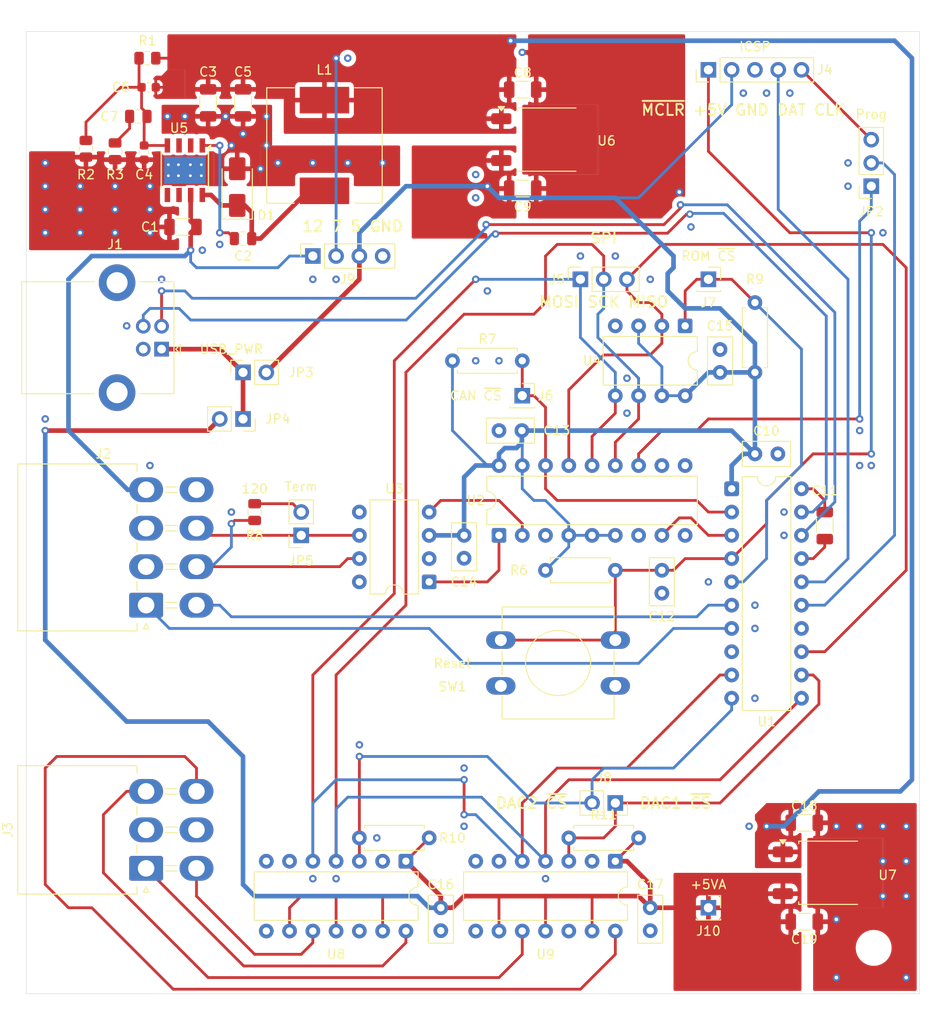
<source format=kicad_pcb>
(kicad_pcb (version 20241229) (generator "pcbnew") (generator_version "9.0")
  (title_block (title "CAN Gauge Interface") (date "2025-09-27") (rev "0.1") (company "Sam Anthony"))
  (layers (0 "F.Cu" signal) (4 "In1.Cu" signal) (6 "In2.Cu" signal) (2 "B.Cu" power) (13 "F.Paste" user) (15 "B.Paste" user) (5 "F.SilkS" user "F.Silkscreen") (7 "B.SilkS" user "B.Silkscreen") (1 "F.Mask" user) (3 "B.Mask" user) (25 "Edge.Cuts" user))
  (net 0 "")
  (net 1 "GND")
  (net 2 "+12V")
  (net 3 "Net-(U5-BOOT)")
  (net 4 "+7V")
  (net 5 "Net-(C7-Pad2)")
  (net 6 "+5V")
  (net 7 "Net-(U1-Vusb3v3)")
  (net 8 "/~{MCLR}")
  (net 9 "+5VA")
  (net 10 "/USB_D+")
  (net 11 "/USB_D-")
  (net 12 "VBUS")
  (net 15 "/CAN_L")
  (net 16 "/Speed")
  (net 17 "/Tach")
  (net 18 "/CAN_H")
  (net 19 "/AN4")
  (net 20 "/AN2")
  (net 21 "/AN3")
  (net 22 "/AN1")
  (net 23 "/ICSP_CLK")
  (net 24 "/ICSP_DAT")
  (net 25 "/SCK")
  (net 26 "/MOSI")
  (net 27 "/MISO")
  (net 28 "/CAN_~{CS}")
  (net 29 "/ROM_~{CS}")
  (net 30 "/DAC2_~{CS}")
  (net 31 "/DAC1_~{CS}")
  (net 32 "/INT{slash}ICSP_CLK")
  (net 33 "/INT")
  (net 34 "Net-(JP5-B)")
  (net 36 "/CLK")
  (net 39 "/CAN_RX")
  (net 40 "/CAN_TX")
  (net 53 "/PH")
  (net 54 "/sense")
  (footprint "Connector_PinSocket_2.54mm:PinSocket_1x01_P2.54mm_Vertical" (layer "F.Cu") (at 124.46 129.54)
    (property "Reference" "J7")
    (property "Value" "ROM ~{CS}")
  )
  (footprint "Capacitor_SMD:C_1206_3216Metric" (layer "F.Cu") (at 104.189 119.634)
    (property "Reference" "C9")
    (property "Value" "10u" (hide yes))
  )
  (footprint "Capacitor_SMD:C_0805_2012Metric" (layer "F.Cu") (at 62.23 111.76 180)
    (property "Reference" "C7")
    (property "Value" "47n" (hide yes))
  )
  (footprint "Connector_PinSocket_2.54mm:PinSocket_1x04_P2.54mm_Vertical" (layer "F.Cu") (at 81.28 127 90)
    (property "Reference" "J9")
    (property "Value" "Conn_01x04_Socket" (hide yes))
  )
  (footprint "MountingHole:MountingHole_3.2mm_M3_DIN965" (layer "F.Cu") (at 55 202.5)
    (property "Reference" "H1" (hide yes))
    (property "Value" "MountingHole" (hide yes))
  )
  (footprint "Capacitor_SMD:C_1206_3216Metric" (layer "F.Cu") (at 134.923 199.644)
    (property "Reference" "C19")
    (property "Value" "10u" (hide yes))
  )
  (footprint "Resistor_THT:R_Axial_DIN0207_L6.3mm_D2.5mm_P7.62mm_Horizontal" (layer "F.Cu") (at 93.98 190.5 180)
    (property "Reference" "R10")
    (property "Value" "10k" (hide yes))
  )
  (footprint "Capacitor_SMD:C_1206_3216Metric" (layer "F.Cu") (at 134.923 188.849)
    (property "Reference" "C18")
    (property "Value" "10u" (hide yes))
  )
  (footprint "Package_TO_SOT_SMD:TO-252-2" (layer "F.Cu") (at 106.894 114.294)
    (property "Reference" "U6")
    (property "Value" "L78M05AB" (hide yes))
  )
  (footprint "Capacitor_THT:C_Disc_D5.0mm_W2.5mm_P2.50mm" (layer "F.Cu") (at 95.25 198.12 -90)
    (property "Reference" "C16")
    (property "Value" "100n" (hide yes))
  )
  (footprint "MountingHole:MountingHole_3.2mm_M3_DIN965" (layer "F.Cu") (at 142.5 202.5)
    (property "Reference" "H2" (hide yes))
    (property "Value" "MountingHole" (hide yes))
  )
  (footprint "Capacitor_SMD:C_0603_1608Metric" (layer "F.Cu") (at 62.865 115.71 -90)
    (property "Reference" "C4")
    (property "Value" "220p" (hide yes))
  )
  (footprint "Connector_Molex:Molex_Mini-Fit_Jr_5569-06A2_2x03_P4.20mm_Horizontal" (layer "F.Cu") (at 63.08 193.82 90)
    (property "Reference" "J3")
    (property "Value" "Analog")
  )
  (footprint "Resistor_SMD:R_0805_2012Metric" (layer "F.Cu") (at 63.2225 105.41)
    (property "Reference" "R1")
    (property "Value" "10k" (hide yes))
  )
  (footprint "Connector_USB:USB_B_Lumberg_2411_02_Horizontal" (layer "F.Cu") (at 64.77 137.16 180)
    (property "Reference" "J1")
    (property "Value" "USB_B" (hide yes))
  )
  (footprint "Connector_PinSocket_2.54mm:PinSocket_1x02_P2.54mm_Vertical" (layer "F.Cu") (at 80.01 157.48 180)
    (property "Reference" "JP5")
    (property "Value" "Term")
  )
  (footprint "Capacitor_SMD:C_0603_1608Metric" (layer "F.Cu") (at 63.36 108.585)
    (property "Reference" "C6")
    (property "Value" "3300p" (hide yes))
  )
  (footprint "Inductor_SMD:L_12x12mm_H8mm" (layer "F.Cu") (at 82.55 114.935 90)
    (property "Reference" "L1")
    (property "Value" "150u" (hide yes))
  )
  (footprint "MountingHole:MountingHole_3.2mm_M3_DIN965" (layer "F.Cu") (at 55 107.5)
    (property "Reference" "H4" (hide yes))
    (property "Value" "MountingHole" (hide yes))
  )
  (footprint "Resistor_SMD:R_0805_2012Metric" (layer "F.Cu") (at 56.515 115.2925 -90)
    (property "Reference" "R2")
    (property "Value" "3k24" (hide yes))
  )
  (footprint "Resistor_THT:R_Axial_DIN0207_L6.3mm_D2.5mm_P7.62mm_Horizontal" (layer "F.Cu") (at 106.68 161.29)
    (property "Reference" "R6")
    (property "Value" "10k" (hide yes))
  )
  (footprint "Connector_PinSocket_2.54mm:PinSocket_1x02_P2.54mm_Vertical" (layer "F.Cu") (at 114.3 186.69 -90)
    (property "Reference" "J8")
    (property "Value" "DAC ~{CS}" (hide yes))
  )
  (footprint "Button_Switch_THT:SW_PUSH-12mm" (layer "F.Cu") (at 114.3 173.91 180)
    (property "Reference" "SW1")
    (property "Value" "Reset")
  )
  (footprint "Capacitor_SMD:C_1206_3216Metric" (layer "F.Cu") (at 69.85 110.285 -90)
    (property "Reference" "C3")
    (property "Value" "22u" (hide yes))
  )
  (footprint "Connector_PinSocket_2.54mm:PinSocket_1x01_P2.54mm_Vertical" (layer "F.Cu") (at 104.14 142.24)
    (property "Reference" "J6")
    (property "Value" "CAN ~{CS}")
  )
  (footprint "Resistor_THT:R_Axial_DIN0207_L6.3mm_D2.5mm_P7.62mm_Horizontal" (layer "F.Cu") (at 129.54 139.7 90)
    (property "Reference" "R9")
    (property "Value" "10k" (hide yes))
  )
  (footprint "Connector_PinSocket_2.54mm:PinSocket_1x03_P2.54mm_Vertical" (layer "F.Cu") (at 142.24 119.38 180)
    (property "Reference" "JP2")
    (property "Value" "Prog")
  )
  (footprint "Package_DIP:DIP-14_W7.62mm" (layer "F.Cu") (at 91.44 193.04 -90)
    (property "Reference" "U8")
    (property "Value" "MCP4912" (hide yes))
  )
  (footprint "Diode_SMD:D_SMA" (layer "F.Cu") (at 73.025 119.475 90)
    (property "Reference" "D1")
    (property "Value" "SS34" (hide yes))
  )
  (footprint "Connector_Molex:Molex_Mini-Fit_Jr_5569-08A2_2x04_P4.20mm_Horizontal" (layer "F.Cu") (at 63.08 165.1 90)
    (property "Reference" "J2")
    (property "Value" "Conn_02x04_Top_Bottom" (hide yes))
  )
  (footprint "Resistor_SMD:R_0805_2012Metric" (layer "F.Cu") (at 59.69 115.57 -90)
    (property "Reference" "R3")
    (property "Value" "2k7" (hide yes))
  )
  (footprint "Package_DIP:DIP-8_W7.62mm" (layer "F.Cu") (at 93.98 162.56 180)
    (property "Reference" "U3")
    (property "Value" "MCP2561-E-P" (hide yes))
  )
  (footprint "Resistor_THT:R_Axial_DIN0207_L6.3mm_D2.5mm_P7.62mm_Horizontal" (layer "F.Cu") (at 96.52 138.43)
    (property "Reference" "R7")
    (property "Value" "10k" (hide yes))
  )
  (footprint "Capacitor_SMD:C_1206_3216Metric" (layer "F.Cu") (at 73.66 110.285 -90)
    (property "Reference" "C5")
    (property "Value" "22u" (hide yes))
  )
  (footprint "Connector_PinHeader_2.54mm:PinHeader_1x05_P2.54mm_Vertical" (layer "F.Cu") (at 124.46 106.68 90)
    (property "Reference" "J4")
    (property "Value" "ICSP")
  )
  (footprint "Capacitor_THT:C_Disc_D5.0mm_W2.5mm_P2.50mm" (layer "F.Cu") (at 97.79 159.98 90)
    (property "Reference" "C14")
    (property "Value" "100n" (hide yes))
  )
  (footprint "Connector_PinSocket_2.54mm:PinSocket_1x03_P2.54mm_Vertical" (layer "F.Cu") (at 110.49 129.54 90)
    (property "Reference" "J5")
    (property "Value" "SPI Debug" (hide yes))
  )
  (footprint "Connector_PinSocket_2.54mm:PinSocket_1x02_P2.54mm_Vertical" (layer "F.Cu") (at 73.66 144.78 -90)
    (property "Reference" "JP4")
    (property "Value" "USB_PWR" (hide yes))
  )
  (footprint "Capacitor_SMD:C_1206_3216Metric" (layer "F.Cu") (at 104.189 108.839)
    (property "Reference" "C8")
    (property "Value" "10u" (hide yes))
  )
  (footprint "Connector_PinSocket_2.54mm:PinSocket_1x01_P2.54mm_Vertical" (layer "F.Cu") (at 124.46 198.12)
    (property "Reference" "J10")
    (property "Value" "+5VA")
  )
  (footprint "Package_DIP:DIP-20_W7.62mm" (layer "F.Cu") (at 127 152.4)
    (property "Reference" "U1")
    (property "Value" "PIC16F1459-IP" (hide yes))
  )
  (footprint "Capacitor_SMD:C_0805_2012Metric" (layer "F.Cu") (at 73.66 125.095)
    (property "Reference" "C2")
    (property "Value" "10n" (hide yes))
  )
  (footprint "Package_SO:TI_SO-PowerPAD-8_ThermalVias" (layer "F.Cu") (at 67.31 117.635 -90)
    (property "Reference" "U5")
    (property "Value" "TPS5430DDA" (hide yes))
  )
  (footprint "Capacitor_THT:C_Disc_D5.0mm_W2.5mm_P2.50mm" (layer "F.Cu") (at 119.38 161.29 -90)
    (property "Reference" "C12")
    (property "Value" "100n" (hide yes))
  )
  (footprint "Capacitor_THT:C_Disc_D5.0mm_W2.5mm_P2.50mm" (layer "F.Cu") (at 118.11 198.12 -90)
    (property "Reference" "C17")
    (property "Value" "100n" (hide yes))
  )
  (footprint "Resistor_SMD:R_0805_2012Metric" (layer "F.Cu") (at 74.93 154.94 -90)
    (property "Reference" "R8")
    (property "Value" "120")
  )
  (footprint "Capacitor_THT:C_Disc_D5.0mm_W2.5mm_P2.50mm" (layer "F.Cu") (at 129.54 148.59)
    (property "Reference" "C10")
    (property "Value" "100n" (hide yes))
  )
  (footprint "MountingHole:MountingHole_3.2mm_M3_DIN965" (layer "F.Cu") (at 142.5 107.5)
    (property "Reference" "H3" (hide yes))
    (property "Value" "MountingHole" (hide yes))
  )
  (footprint "Capacitor_THT:C_Disc_D5.0mm_W2.5mm_P2.50mm" (layer "F.Cu") (at 101.6 146.05)
    (property "Reference" "C13")
    (property "Value" "100n" (hide yes))
  )
  (footprint "Resistor_THT:R_Axial_DIN0207_L6.3mm_D2.5mm_P7.62mm_Horizontal" (layer "F.Cu") (at 116.84 190.5 180)
    (property "Reference" "R11")
    (property "Value" "10k" (hide yes))
  )
  (footprint "Connector_PinSocket_2.54mm:PinSocket_1x02_P2.54mm_Vertical" (layer "F.Cu") (at 73.66 139.7 90)
    (property "Reference" "JP3")
    (property "Value" "USB_PWR")
  )
  (footprint "Package_DIP:DIP-18_W7.62mm" (layer "F.Cu") (at 101.6 157.48 90)
    (property "Reference" "U2")
    (property "Value" "MCP2515-I/P" (hide yes))
  )
  (footprint "Capacitor_SMD:C_1206_3216Metric" (layer "F.Cu") (at 137.16 156.415 90)
    (property "Reference" "C11")
    (property "Value" "1u" (hide yes))
  )
  (footprint "Package_DIP:DIP-8_W7.62mm" (layer "F.Cu") (at 121.92 134.62 -90)
    (property "Reference" "U4")
    (property "Value" "25LC160C" (hide yes))
  )
  (footprint "Package_TO_SOT_SMD:TO-252-2" (layer "F.Cu") (at 137.628 194.304)
    (property "Reference" "U7")
    (property "Value" "L78M05AB" (hide yes))
  )
  (footprint "Capacitor_SMD:C_1206_3216Metric" (layer "F.Cu") (at 67.105 123.825 180)
    (property "Reference" "C1")
    (property "Value" "22u" (hide yes))
  )
  (footprint "Capacitor_THT:C_Disc_D5.0mm_W2.5mm_P2.50mm" (layer "F.Cu") (at 125.73 137.2 -90)
    (property "Reference" "C15")
    (property "Value" "100n" (hide yes))
  )
  (footprint "Package_DIP:DIP-14_W7.62mm" (layer "F.Cu") (at 114.3 193.04 -90)
    (property "Reference" "U9")
    (property "Value" "MCP4912" (hide yes))
  )
  (gr_rect (start 50 102.5) (end 147.5 207.5) (stroke (width 0.05)) (fill no) (layer "Edge.Cuts"))
  (gr_text "12 7 5 GND" (at 80.01 124.46 0) (layer "F.SilkS") (effects (font (size 1.2 1.2) (thickness 0.2) (bold yes)) (justify left bottom)))
  (gr_text "SPI" (at 113.03 125.73 0) (layer "F.SilkS") (effects (font (size 1.2 1.2) (thickness 0.2) (bold yes)) (justify bottom)))
  (gr_text "~{MCLR} +5V GND DAT CLK" (at 128.27 111.76 0) (layer "F.SilkS") (effects (font (size 1.2 1.2) (thickness 0.2) (bold yes)) (justify bottom)))
  (gr_text "DAC2 ~{CS}" (at 109.22 186.69 0) (layer "F.SilkS") (effects (font (size 1.2 1.2) (thickness 0.2) (bold yes)) (justify right)))
  (gr_text "DAC1 ~{CS}" (at 116.84 186.69 0) (layer "F.SilkS") (effects (font (size 1.2 1.2) (thickness 0.2) (bold yes)) (justify left)))
  (gr_text "MOSI SCK MISO" (at 113.03 132.715 0) (layer "F.SilkS") (effects (font (size 1.2 1.2) (thickness 0.2) (bold yes)) (justify bottom)))
  (segment (start 134.62 152.4) (end 135.89 152.4) (width 0.3048) (layer "F.Cu") (net 1))
  (segment (start 105.664 105.664) (end 105.664 108.839) (width 0.508) (layer "F.Cu") (net 1))
  (segment (start 104.14 104.775) (end 104.775 104.775) (width 0.508) (layer "F.Cu") (net 1))
  (segment (start 137.16 153.67) (end 137.16 154.94) (width 0.3048) (layer "F.Cu") (net 1))
  (segment (start 104.775 104.775) (end 105.664 105.664) (width 0.508) (layer "F.Cu") (net 1))
  (segment (start 135.89 152.4) (end 137.16 153.67) (width 0.3048) (layer "F.Cu") (net 1))
  (via (at 128.27 109.22) (size 0.8128) (drill 0.4) (layers "F.Cu" "B.Cu") (net 1))
  (via (at 71.755 111.76) (size 0.8128) (drill 0.4) (layers "F.Cu" "B.Cu") (net 1))
  (via (at 73.66 113.665) (size 0.8128) (drill 0.4) (layers "F.Cu" "B.Cu") (net 1))
  (via (at 122.555 123.825) (size 0.8128) (drill 0.4) (layers "F.Cu" "B.Cu") (net 1))
  (via (at 99.06 138.43) (size 0.8128) (drill 0.4) (layers "F.Cu" "B.Cu") (net 1))
  (via (at 63.5 124.46) (size 0.8128) (drill 0.4) (layers "F.Cu" "B.Cu") (net 1))
  (via (at 139.7 116.84) (size 0.8128) (drill 0.4) (layers "F.Cu" "B.Cu") (net 1))
  (via (at 146.05 196.85) (size 0.8128) (drill 0.4) (layers "F.Cu" "B.Cu") (net 1))
  (via (at 118.11 129.54) (size 0.8128) (drill 0.4) (layers "F.Cu" "B.Cu") (net 1))
  (via (at 67.31 111.76) (size 0.8128) (drill 0.4) (layers "F.Cu" "B.Cu") (net 1))
  (via (at 88.265 190.5) (size 0.8128) (drill 0.4) (layers "F.Cu" "B.Cu") (net 1))
  (via (at 138.43 199.39) (size 0.8128) (drill 0.4) (layers "F.Cu" "B.Cu") (net 1))
  (via (at 69.215 126.365) (size 0.8128) (drill 0.4) (layers "F.Cu" "B.Cu") (net 1))
  (via (at 146.05 193.04) (size 0.8128) (drill 0.4) (layers "F.Cu" "B.Cu") (net 1))
  (via (at 143.51 189.23) (size 0.8128) (drill 0.4) (layers "F.Cu" "B.Cu") (net 1))
  (via (at 75.565 117.475) (size 0.8128) (drill 0.4) (layers "F.Cu" "B.Cu") (net 1))
  (via (at 104.14 104.775) (size 0.8128) (drill 0.4) (layers "F.Cu" "B.Cu") (net 1))
  (via (at 81.28 129.54) (size 0.8128) (drill 0.4) (layers "F.Cu" "B.Cu") (net 1))
  (via (at 65.405 111.76) (size 0.8128) (drill 0.4) (layers "F.Cu" "B.Cu") (net 1))
  (via (at 55.88 121.92) (size 0.8128) (drill 0.4) (layers "F.Cu" "B.Cu") (net 1))
  (via (at 121.285 120.015) (size 0.8128) (drill 0.4) (layers "F.Cu" "B.Cu") (net 1))
  (via (at 138.43 189.23) (size 0.8128) (drill 0.4) (layers "F.Cu" "B.Cu") (net 1))
  (via (at 110.49 127) (size 0.8128) (drill 0.4) (layers "F.Cu" "B.Cu") (net 1))
  (via (at 63.5 149.86) (size 0.8128) (drill 0.4) (layers "F.Cu" "B.Cu") (net 1))
  (via (at 128.905 189.23) (size 0.8128) (drill 0.4) (layers "F.Cu" "B.Cu") (net 1))
  (via (at 99.06 120.65) (size 0.8128) (drill 0.4) (layers "F.Cu" "B.Cu") (net 1))
  (via (at 140.97 149.86) (size 0.8128) (drill 0.4) (layers "F.Cu" "B.Cu") (net 1))
  (via (at 142.24 149.86) (size 0.8128) (drill 0.4) (layers "F.Cu" "B.Cu") (net 1))
  (via (at 132.715 157.48) (size 0.8128) (drill 0.4) (layers "F.Cu" "B.Cu") (net 1))
  (via (at 143.51 124.46) (size 0.8128) (drill 0.4) (layers "F.Cu" "B.Cu") (net 1))
  (via (at 52.07 144.78) (size 0.8128) (drill 0.4) (layers "F.Cu" "B.Cu") (net 1))
  (via (at 85.09 105.41) (size 0.8128) (drill 0.4) (layers "F.Cu" "B.Cu") (net 1))
  (via (at 129.54 165.1) (size 0.8128) (drill 0.4) (layers "F.Cu" "B.Cu") (net 1))
  (via (at 130.81 109.22) (size 0.8128) (drill 0.4) (layers "F.Cu" "B.Cu") (net 1))
  (via (at 52.07 119.38) (size 0.8128) (drill 0.4) (layers "F.Cu" "B.Cu") (net 1))
  (via (at 146.05 205.74) (size 0.8128) (drill 0.4) (layers "F.Cu" "B.Cu") (net 1))
  (via (at 133.35 109.22) (size 0.8128) (drill 0.4) (layers "F.Cu" "B.Cu") (net 1))
  (via (at 59.69 121.92) (size 0.8128) (drill 0.4) (layers "F.Cu" "B.Cu") (net 1))
  (via (at 115.57 140.335) (size 0.8128) (drill 0.4) (layers "F.Cu" "B.Cu") (net 1))
  (via (at 55.88 119.38) (size 0.8128) (drill 0.4) (layers "F.Cu" "B.Cu") (net 1))
  (via (at 106.68 194.945) (size 0.8128) (drill 0.4) (layers "F.Cu" "B.Cu") (net 1))
  (via (at 76.2 114.935) (size 0.8128) (drill 0.4) (layers "F.Cu" "B.Cu") (net 1))
  (via (at 140.97 189.23) (size 0.8128) (drill 0.4) (layers "F.Cu" "B.Cu") (net 1))
  (via (at 60.96 134.62) (size 0.8128) (drill 0.4) (layers "F.Cu" "B.Cu") (net 1))
  (via (at 115.57 144.145) (size 0.8128) (drill 0.4) (layers "F.Cu" "B.Cu") (net 1))
  (via (at 71.12 125.73) (size 0.8128) (drill 0.4) (layers "F.Cu" "B.Cu") (net 1))
  (via (at 88.9 116.84) (size 0.8128) (drill 0.4) (layers "F.Cu" "B.Cu") (net 1))
  (via (at 138.43 205.74) (size 0.8128) (drill 0.4) (layers "F.Cu" "B.Cu") (net 1))
  (via (at 99.06 118.11) (size 0.8128) (drill 0.4) (layers "F.Cu" "B.Cu") (net 1))
  (via (at 100.33 130.81) (size 0.8128) (drill 0.4) (layers "F.Cu" "B.Cu") (net 1))
  (via (at 52.07 116.84) (size 0.8128) (drill 0.4) (layers "F.Cu" "B.Cu") (net 1))
  (via (at 72.39 114.935) (size 0.8128) (drill 0.4) (layers "F.Cu" "B.Cu") (net 1))
  (via (at 83.82 129.54) (size 0.8128) (drill 0.4) (layers "F.Cu" "B.Cu") (net 1))
  (via (at 64.77 129.54) (size 0.8128) (drill 0.4) (layers "F.Cu" "B.Cu") (net 1))
  (via (at 63.5 121.92) (size 0.8128) (drill 0.4) (layers "F.Cu" "B.Cu") (net 1))
  (via (at 101.6 138.43) (size 0.8128) (drill 0.4) (layers "F.Cu" "B.Cu") (net 1))
  (via (at 97.79 189.23) (size 0.8128) (drill 0.4) (layers "F.Cu" "B.Cu") (net 1))
  (via (at 52.07 124.46) (size 0.8128) (drill 0.4) (layers "F.Cu" "B.Cu") (net 1))
  (via (at 139.7 119.38) (size 0.8128) (drill 0.4) (layers "F.Cu" "B.Cu") (net 1))
  (via (at 83.82 194.945) (size 0.8128) (drill 0.4) (layers "F.Cu" "B.Cu") (net 1))
  (via (at 146.05 189.23) (size 0.8128) (drill 0.4) (layers "F.Cu" "B.Cu") (net 1))
  (via (at 72.39 154.94) (size 0.8128) (drill 0.4) (layers "F.Cu" "B.Cu") (net 1))
  (via (at 59.69 119.38) (size 0.8128) (drill 0.4) (layers "F.Cu" "B.Cu") (net 1))
  (via (at 129.54 175.26) (size 0.8128) (drill 0.4) (layers "F.Cu" "B.Cu") (net 1))
  (via (at 81.28 194.945) (size 0.8128) (drill 0.4) (layers "F.Cu" "B.Cu") (net 1))
  (via (at 97.79 182.88) (size 0.8128) (drill 0.4) (layers "F.Cu" "B.Cu") (net 1))
  (via (at 124.46 162.56) (size 0.8128) (drill 0.4) (layers "F.Cu" "B.Cu") (net 1))
  (via (at 55.88 124.46) (size 0.8128) (drill 0.4) (layers "F.Cu" "B.Cu") (net 1))
  (via (at 132.715 154.94) (size 0.8128) (drill 0.4) (layers "F.Cu" "B.Cu") (net 1))
  (via (at 143.51 196.85) (size 0.8128) (drill 0.4) (layers "F.Cu" "B.Cu") (net 1))
  (via (at 63.5 119.38) (size 0.8128) (drill 0.4) (layers "F.Cu" "B.Cu") (net 1))
  (via (at 59.69 124.46) (size 0.8128) (drill 0.4) (layers "F.Cu" "B.Cu") (net 1))
  (via (at 76.2 111.76) (size 0.8128) (drill 0.4) (layers "F.Cu" "B.Cu") (net 1))
  (via (at 77.47 116.84) (size 0.8128) (drill 0.4) (layers "F.Cu" "B.Cu") (net 1))
  (via (at 86.36 180.34) (size 0.8128) (drill 0.4) (layers "F.Cu" "B.Cu") (net 1))
  (via (at 129.54 167.64) (size 0.8128) (drill 0.4) (layers "F.Cu" "B.Cu") (net 1))
  (via (at 143.51 193.04) (size 0.8128) (drill 0.4) (layers "F.Cu" "B.Cu") (net 1))
  (via (at 81.28 116.84) (size 0.8128) (drill 0.4) (layers "F.Cu" "B.Cu") (net 1))
  (via (at 52.07 121.92) (size 0.8128) (drill 0.4) (layers "F.Cu" "B.Cu") (net 1))
  (via (at 85.09 116.84) (size 0.8128) (drill 0.4) (layers "F.Cu" "B.Cu") (net 1))
  (via (at 114.3 127) (size 0.8128) (drill 0.4) (layers "F.Cu" "B.Cu") (net 1))
  (via (at 140.97 146.05) (size 0.8128) (drill 0.4) (layers "F.Cu" "B.Cu") (net 1))
  (segment (start 67.945 124.46) (end 67.945 126.365) (width 0.508) (layer "F.Cu") (net 2))
  (segment (start 67.945 123.19) (end 68.58 123.825) (width 0.508) (layer "F.Cu") (net 2))
  (segment (start 68.58 123.825) (end 67.945 124.46) (width 0.508) (layer "F.Cu") (net 2))
  (segment (start 67.945 120.335) (end 67.945 123.19) (width 0.508) (layer "F.Cu") (net 2))
  (via (at 67.945 126.365) (size 0.8128) (drill 0.4) (layers "F.Cu" "B.Cu") (net 2))
  (segment (start 54.61 146.05) (end 61.06 152.5) (width 0.508) (layer "B.Cu") (net 2))
  (segment (start 67.945 126.365) (end 67.31 127) (width 0.508) (layer "B.Cu") (net 2))
  (segment (start 77.47 128.27) (end 68.58 128.27) (width 0.3048) (layer "B.Cu") (net 2))
  (segment (start 68.58 128.27) (end 67.945 127.635) (width 0.3048) (layer "B.Cu") (net 2))
  (segment (start 67.31 127) (end 57.15 127) (width 0.508) (layer "B.Cu") (net 2))
  (segment (start 57.15 127) (end 54.61 129.54) (width 0.508) (layer "B.Cu") (net 2))
  (segment (start 61.06 152.5) (end 63.08 152.5) (width 0.508) (layer "B.Cu") (net 2))
  (segment (start 78.74 127) (end 77.47 128.27) (width 0.3048) (layer "B.Cu") (net 2))
  (segment (start 54.61 129.54) (end 54.61 146.05) (width 0.508) (layer "B.Cu") (net 2))
  (segment (start 81.28 127) (end 78.74 127) (width 0.3048) (layer "B.Cu") (net 2))
  (segment (start 67.945 127.635) (end 67.945 126.365) (width 0.3048) (layer "B.Cu") (net 2))
  (segment (start 69.215 114.935) (end 71.12 114.935) (width 0.3048) (layer "F.Cu") (net 3))
  (segment (start 72.075 124.46) (end 72.71 125.095) (width 0.3048) (layer "F.Cu") (net 3))
  (segment (start 71.12 124.46) (end 72.075 124.46) (width 0.3048) (layer "F.Cu") (net 3))
  (via (at 71.12 114.935) (size 0.8128) (drill 0.4) (layers "F.Cu" "B.Cu") (net 3))
  (via (at 71.12 124.46) (size 0.8128) (drill 0.4) (layers "F.Cu" "B.Cu") (net 3))
  (segment (start 71.12 114.935) (end 71.12 124.46) (width 0.3048) (layer "B.Cu") (net 3))
  (segment (start 83.82 105.41) (end 82.55 106.68) (width 0.3048) (layer "F.Cu") (net 4))
  (segment (start 102.714 103.661) (end 102.87 103.505) (width 0.508) (layer "F.Cu") (net 4))
  (segment (start 69.85 107.315) (end 69.85 108.81) (width 0.3048) (layer "F.Cu") (net 4))
  (segment (start 102.714 108.839) (end 102.714 103.661) (width 0.508) (layer "F.Cu") (net 4))
  (segment (start 64.135 105.41) (end 67.945 105.41) (width 0.3048) (layer "F.Cu") (net 4))
  (segment (start 67.945 105.41) (end 69.85 107.315) (width 0.3048) (layer "F.Cu") (net 4))
  (segment (start 82.55 106.68) (end 82.55 109.985) (width 0.3048) (layer "F.Cu") (net 4))
  (via (at 102.87 103.505) (size 0.8128) (drill 0.4) (layers "F.Cu" "B.Cu") (net 4))
  (via (at 83.82 105.41) (size 0.8128) (drill 0.4) (layers "F.Cu" "B.Cu") (net 4))
  (via (at 130.81 189.23) (size 0.8128) (drill 0.4) (layers "F.Cu" "B.Cu") (net 4))
  (segment (start 146.685 105.41) (end 146.685 184.15) (width 0.508) (layer "B.Cu") (net 4))
  (segment (start 102.87 103.505) (end 144.78 103.505) (width 0.508) (layer "B.Cu") (net 4))
  (segment (start 83.82 127) (end 83.82 105.41) (width 0.3048) (layer "B.Cu") (net 4))
  (segment (start 144.78 103.505) (end 146.685 105.41) (width 0.508) (layer "B.Cu") (net 4))
  (segment (start 146.685 184.15) (end 145.415 185.42) (width 0.508) (layer "B.Cu") (net 4))
  (segment (start 136.525 185.42) (end 132.715 189.23) (width 0.508) (layer "B.Cu") (net 4))
  (segment (start 145.415 185.42) (end 136.525 185.42) (width 0.508) (layer "B.Cu") (net 4))
  (segment (start 132.715 189.23) (end 130.81 189.23) (width 0.508) (layer "B.Cu") (net 4))
  (segment (start 61.28 113.0675) (end 59.69 114.6575) (width 0.3048) (layer "F.Cu") (net 5))
  (segment (start 61.28 111.76) (end 61.28 113.0675) (width 0.3048) (layer "F.Cu") (net 5))
  (segment (start 86.36 129.54) (end 86.36 127) (width 0.508) (layer "F.Cu") (net 6))
  (segment (start 76.2 139.7) (end 86.36 129.54) (width 0.508) (layer "F.Cu") (net 6))
  (segment (start 102.714 119.634) (end 100.584 119.634) (width 0.508) (layer "F.Cu") (net 6))
  (segment (start 100.584 119.634) (end 100.33 119.38) (width 0.508) (layer "F.Cu") (net 6))
  (via (at 100.33 119.38) (size 0.8128) (drill 0.4) (layers "F.Cu" "B.Cu") (net 6))
  (segment (start 119.38 139.065) (end 116.84 136.525) (width 0.3048) (layer "B.Cu") (net 6))
  (segment (start 119.38 142.24) (end 121.92 142.24) (width 0.3048) (layer "B.Cu") (net 6))
  (segment (start 128.27 148.59) (end 127 149.86) (width 0.508) (layer "B.Cu") (net 6))
  (segment (start 119.38 142.24) (end 119.38 139.065) (width 0.3048) (layer "B.Cu") (net 6))
  (segment (start 86.36 127) (end 86.36 124.46) (width 0.508) (layer "B.Cu") (net 6))
  (segment (start 129.54 148.59) (end 127 146.05) (width 0.508) (layer "B.Cu") (net 6))
  (segment (start 101.6 149.86) (end 99.06 149.86) (width 0.508) (layer "B.Cu") (net 6))
  (segment (start 96.52 146.05) (end 100.33 149.86) (width 0.3048) (layer "B.Cu") (net 6))
  (segment (start 100.33 149.86) (end 101.6 149.86) (width 0.3048) (layer "B.Cu") (net 6))
  (segment (start 100.33 119.38) (end 101.6 120.65) (width 0.508) (layer "B.Cu") (net 6))
  (segment (start 91.44 119.38) (end 100.33 119.38) (width 0.508) (layer "B.Cu") (net 6))
  (segment (start 109.22 156.21) (end 109.22 157.48) (width 0.3048) (layer "B.Cu") (net 6))
  (segment (start 124.46 139.7) (end 121.92 142.24) (width 0.508) (layer "B.Cu") (net 6))
  (segment (start 120.65 128.27) (end 120.015 128.905) (width 0.508) (layer "B.Cu") (net 6))
  (segment (start 120.015 128.905) (end 120.015 130.81) (width 0.508) (layer "B.Cu") (net 6))
  (segment (start 97.79 151.13) (end 97.79 157.48) (width 0.508) (layer "B.Cu") (net 6))
  (segment (start 125.73 132.715) (end 129.54 136.525) (width 0.508) (layer "B.Cu") (net 6))
  (segment (start 127 149.86) (end 127 152.4) (width 0.508) (layer "B.Cu") (net 6))
  (segment (start 109.22 158.75) (end 106.68 161.29) (width 0.3048) (layer "B.Cu") (net 6))
  (segment (start 104.14 149.86) (end 104.14 152.4) (width 0.3048) (layer "B.Cu") (net 6))
  (segment (start 125.73 139.7) (end 124.46 139.7) (width 0.508) (layer "B.Cu") (net 6))
  (segment (start 120.65 127) (end 120.65 128.27) (width 0.508) (layer "B.Cu") (net 6))
  (segment (start 109.22 157.48) (end 114.3 157.48) (width 0.3048) (layer "B.Cu") (net 6))
  (segment (start 121.92 132.715) (end 125.73 132.715) (width 0.508) (layer "B.Cu") (net 6))
  (segment (start 97.79 157.48) (end 93.98 157.48) (width 0.508) (layer "B.Cu") (net 6))
  (segment (start 127 106.68) (end 127 110.49) (width 0.3048) (layer "B.Cu") (net 6))
  (segment (start 129.54 139.7) (end 129.54 148.59) (width 0.508) (layer "B.Cu") (net 6))
  (segment (start 105.41 153.67) (end 106.68 153.67) (width 0.3048) (layer "B.Cu") (net 6))
  (segment (start 99.06 149.86) (end 97.79 151.13) (width 0.508) (layer "B.Cu") (net 6))
  (segment (start 101.6 148.59) (end 101.6 149.86) (width 0.508) (layer "B.Cu") (net 6))
  (segment (start 114.3 120.65) (end 120.65 127) (width 0.508) (layer "B.Cu") (net 6))
  (segment (start 120.015 130.81) (end 121.92 132.715) (width 0.508) (layer "B.Cu") (net 6))
  (segment (start 129.54 136.525) (end 129.54 139.7) (width 0.508) (layer "B.Cu") (net 6))
  (segment (start 104.14 149.86) (end 104.14 146.09) (width 0.3048) (layer "B.Cu") (net 6))
  (segment (start 86.36 124.46) (end 91.44 119.38) (width 0.508) (layer "B.Cu") (net 6))
  (segment (start 129.54 139.7) (end 125.73 139.7) (width 0.508) (layer "B.Cu") (net 6))
  (segment (start 109.22 157.48) (end 109.22 158.75) (width 0.3048) (layer "B.Cu") (net 6))
  (segment (start 103.505 147.955) (end 102.235 147.955) (width 0.508) (layer "B.Cu") (net 6))
  (segment (start 127 146.05) (end 104.1 146.05) (width 0.508) (layer "B.Cu") (net 6))
  (segment (start 127 110.49) (end 116.84 120.65) (width 0.3048) (layer "B.Cu") (net 6))
  (segment (start 101.6 120.65) (end 114.3 120.65) (width 0.508) (layer "B.Cu") (net 6))
  (segment (start 102.235 147.955) (end 101.6 148.59) (width 0.508) (layer "B.Cu") (net 6))
  (segment (start 96.52 138.43) (end 96.52 146.05) (width 0.3048) (layer "B.Cu") (net 6))
  (segment (start 106.68 153.67) (end 109.22 156.21) (width 0.3048) (layer "B.Cu") (net 6))
  (segment (start 129.54 148.59) (end 128.27 148.59) (width 0.508) (layer "B.Cu") (net 6))
  (segment (start 104.1 146.05) (end 104.1 147.36) (width 0.508) (layer "B.Cu") (net 6))
  (segment (start 116.84 120.65) (end 114.3 120.65) (width 0.3048) (layer "B.Cu") (net 6))
  (segment (start 116.84 136.525) (end 116.84 134.62) (width 0.3048) (layer "B.Cu") (net 6))
  (segment (start 104.14 146.09) (end 104.1 146.05) (width 0.3048) (layer "B.Cu") (net 6))
  (segment (start 104.1 147.36) (end 103.505 147.955) (width 0.508) (layer "B.Cu") (net 6))
  (segment (start 104.14 152.4) (end 105.41 153.67) (width 0.3048) (layer "B.Cu") (net 6))
  (segment (start 137.16 158.75) (end 137.16 157.89) (width 0.3048) (layer "F.Cu") (net 7))
  (segment (start 135.89 160.02) (end 137.16 158.75) (width 0.3048) (layer "F.Cu") (net 7))
  (segment (start 134.62 160.02) (end 135.89 160.02) (width 0.3048) (layer "F.Cu") (net 7))
  (segment (start 130.81 153.67) (end 135.89 148.59) (width 0.3048) (layer "F.Cu") (net 8))
  (segment (start 135.89 148.59) (end 140.97 148.59) (width 0.3048) (layer "F.Cu") (net 8))
  (segment (start 120.65 161.29) (end 119.38 161.29) (width 0.3048) (layer "F.Cu") (net 8))
  (segment (start 130.81 156.21) (end 130.81 153.67) (width 0.3048) (layer "F.Cu") (net 8))
  (segment (start 119.38 161.29) (end 114.3 161.29) (width 0.3048) (layer "F.Cu") (net 8))
  (segment (start 133.35 124.46) (end 124.46 115.57) (width 0.3048) (layer "F.Cu") (net 8))
  (segment (start 140.97 148.59) (end 142.24 148.59) (width 0.3048) (layer "F.Cu") (net 8))
  (segment (start 121.92 160.02) (end 120.65 161.29) (width 0.3048) (layer "F.Cu") (net 8))
  (segment (start 114.3 168.91) (end 101.8 168.91) (width 0.3048) (layer "F.Cu") (net 8))
  (segment (start 124.46 115.57) (end 124.46 106.68) (width 0.3048) (layer "F.Cu") (net 8))
  (segment (start 142.24 124.46) (end 133.35 124.46) (width 0.3048) (layer "F.Cu") (net 8))
  (segment (start 114.3 161.29) (end 114.3 168.91) (width 0.3048) (layer "F.Cu") (net 8))
  (segment (start 127 160.02) (end 121.92 160.02) (width 0.3048) (layer "F.Cu") (net 8))
  (segment (start 127 160.02) (end 130.81 156.21) (width 0.3048) (layer "F.Cu") (net 8))
  (via (at 142.24 124.46) (size 0.8128) (drill 0.4) (layers "F.Cu" "B.Cu") (net 8))
  (via (at 142.24 148.59) (size 0.8128) (drill 0.4) (layers "F.Cu" "B.Cu") (net 8))
  (segment (start 142.24 148.59) (end 142.24 124.46) (width 0.3048) (layer "B.Cu") (net 8))
  (segment (start 106.68 196.85) (end 111.76 196.85) (width 0.508) (layer "F.Cu") (net 9))
  (segment (start 95.25 198.12) (end 95.25 196.85) (width 0.508) (layer "F.Cu") (net 9))
  (segment (start 80.01 196.85) (end 83.82 196.85) (width 0.3048) (layer "F.Cu") (net 9))
  (segment (start 88.9 196.85) (end 92.71 196.85) (width 0.3048) (layer "F.Cu") (net 9))
  (segment (start 95.25 196.85) (end 91.44 193.04) (width 0.508) (layer "F.Cu") (net 9))
  (segment (start 93.98 198.12) (end 95.25 198.12) (width 0.3048) (layer "F.Cu") (net 9))
  (segment (start 92.71 196.85) (end 93.98 198.12) (width 0.3048) (layer "F.Cu") (net 9))
  (segment (start 101.6 196.85) (end 106.68 196.85) (width 0.508) (layer "F.Cu") (net 9))
  (segment (start 83.82 200.66) (end 83.82 196.85) (width 0.3048) (layer "F.Cu") (net 9))
  (segment (start 88.9 200.66) (end 88.9 196.85) (width 0.3048) (layer "F.Cu") (net 9))
  (segment (start 116.84 196.85) (end 118.11 198.12) (width 0.508) (layer "F.Cu") (net 9))
  (segment (start 124.46 198.12) (end 127 198.12) (width 0.508) (layer "F.Cu") (net 9))
  (segment (start 118.11 198.12) (end 118.11 195.58) (width 0.508) (layer "F.Cu") (net 9))
  (segment (start 118.11 198.12) (end 124.46 198.12) (width 0.508) (layer "F.Cu") (net 9))
  (segment (start 128.524 199.644) (end 133.448 199.644) (width 0.508) (layer "F.Cu") (net 9))
  (segment (start 127 198.12) (end 128.524 199.644) (width 0.508) (layer "F.Cu") (net 9))
  (segment (start 115.57 193.04) (end 114.3 193.04) (width 0.508) (layer "F.Cu") (net 9))
  (segment (start 78.74 200.66) (end 78.74 198.12) (width 0.3048) (layer "F.Cu") (net 9))
  (segment (start 83.82 196.85) (end 88.9 196.85) (width 0.3048) (layer "F.Cu") (net 9))
  (segment (start 118.11 195.58) (end 115.57 193.04) (width 0.508) (layer "F.Cu") (net 9))
  (segment (start 69.85 146.05) (end 52.07 146.05) (width 0.508) (layer "F.Cu") (net 9))
  (segment (start 78.74 198.12) (end 80.01 196.85) (width 0.3048) (layer "F.Cu") (net 9))
  (segment (start 111.76 200.66) (end 111.76 196.85) (width 0.3048) (layer "F.Cu") (net 9))
  (segment (start 111.76 196.85) (end 116.84 196.85) (width 0.508) (layer "F.Cu") (net 9))
  (segment (start 101.6 200.66) (end 101.6 196.85) (width 0.3048) (layer "F.Cu") (net 9))
  (segment (start 96.52 198.12) (end 97.79 196.85) (width 0.508) (layer "F.Cu") (net 9))
  (segment (start 97.79 196.85) (end 101.6 196.85) (width 0.508) (layer "F.Cu") (net 9))
  (segment (start 116.84 190.5) (end 114.3 193.04) (width 0.3048) (layer "F.Cu") (net 9))
  (segment (start 106.68 200.66) (end 106.68 196.85) (width 0.3048) (layer "F.Cu") (net 9))
  (segment (start 95.25 198.12) (end 96.52 198.12) (width 0.508) (layer "F.Cu") (net 9))
  (segment (start 71.12 144.78) (end 69.85 146.05) (width 0.508) (layer "F.Cu") (net 9))
  (segment (start 93.98 190.5) (end 91.44 193.04) (width 0.3048) (layer "F.Cu") (net 9))
  (via (at 52.07 146.05) (size 0.8128) (drill 0.4) (layers "F.Cu" "B.Cu") (net 9))
  (segment (start 74.93 196.85) (end 92.71 196.85) (width 0.508) (layer "B.Cu") (net 9))
  (segment (start 60.96 177.8) (end 69.85 177.8) (width 0.508) (layer "B.Cu") (net 9))
  (segment (start 69.85 177.8) (end 73.66 181.61) (width 0.508) (layer "B.Cu") (net 9))
  (segment (start 73.66 181.61) (end 73.66 195.58) (width 0.508) (layer "B.Cu") (net 9))
  (segment (start 52.07 168.91) (end 60.96 177.8) (width 0.508) (layer "B.Cu") (net 9))
  (segment (start 93.98 198.12) (end 95.25 198.12) (width 0.508) (layer "B.Cu") (net 9))
  (segment (start 92.71 196.85) (end 93.98 198.12) (width 0.508) (layer "B.Cu") (net 9))
  (segment (start 73.66 195.58) (end 74.93 196.85) (width 0.508) (layer "B.Cu") (net 9))
  (segment (start 52.07 146.05) (end 52.07 168.91) (width 0.508) (layer "B.Cu") (net 9))
  (segment (start 119.992911 124.511628) (end 122.072664 122.431875) (width 0.3048) (layer "F.Cu") (net 10))
  (segment (start 122.072664 122.431875) (end 122.431875 122.431875) (width 0.3048) (layer "F.Cu") (net 10))
  (segment (start 101.302122 124.511628) (end 119.992911 124.511628) (width 0.3048) (layer "F.Cu") (net 10))
  (segment (start 101.218172 124.595578) (end 101.302122 124.511628) (width 0.3048) (layer "F.Cu") (net 10))
  (via (at 122.431875 122.431875) (size 0.8128) (drill 0.4) (layers "F.Cu" "B.Cu") (net 10))
  (via (at 101.218172 124.595578) (size 0.8128) (drill 0.4) (layers "F.Cu" "B.Cu") (net 10))
  (segment (start 137.3251 133.54464) (end 137.3251 153.445822) (width 0.3048) (layer "B.Cu") (net 10))
  (segment (start 62.77 133.445) (end 63.5 132.715) (width 0.3048) (layer "B.Cu") (net 10))
  (segment (start 122.431875 122.431875) (end 122.515825 122.347925) (width 0.3048) (layer "B.Cu") (net 10))
  (segment (start 122.515825 122.347925) (end 126.128385 122.347925) (width 0.3048) (layer "B.Cu") (net 10))
  (segment (start 100.858961 124.595578) (end 101.218172 124.595578) (width 0.3048) (layer "B.Cu") (net 10))
  (segment (start 67.945 133.985) (end 91.46954 133.985) (width 0.3048) (layer "B.Cu") (net 10))
  (segment (start 63.5 132.715) (end 66.675 132.715) (width 0.3048) (layer "B.Cu") (net 10))
  (segment (start 91.46954 133.985) (end 100.858961 124.595578) (width 0.3048) (layer "B.Cu") (net 10))
  (segment (start 135.830922 154.94) (end 134.62 154.94) (width 0.3048) (layer "B.Cu") (net 10))
  (segment (start 137.3251 153.445822) (end 135.830922 154.94) (width 0.3048) (layer "B.Cu") (net 10))
  (segment (start 126.128385 122.347925) (end 137.3251 133.54464) (width 0.3048) (layer "B.Cu") (net 10))
  (segment (start 62.77 134.66) (end 62.77 133.445) (width 0.3048) (layer "B.Cu") (net 10))
  (segment (start 66.675 132.715) (end 67.945 133.985) (width 0.3048) (layer "B.Cu") (net 10))
  (segment (start 100.194422 123.571828) (end 119.603633 123.571828) (width 0.3048) (layer "F.Cu") (net 11))
  (segment (start 121.408125 121.767336) (end 121.408125 121.408125) (width 0.3048) (layer "F.Cu") (net 11))
  (segment (start 64.77 130.81) (end 64.77 134.66) (width 0.3048) (layer "F.Cu") (net 11))
  (segment (start 119.603633 123.571828) (end 121.408125 121.767336) (width 0.3048) (layer "F.Cu") (net 11))
  (via (at 100.194422 123.571828) (size 0.8128) (drill 0.4) (layers "F.Cu" "B.Cu") (net 11))
  (via (at 121.408125 121.408125) (size 0.8128) (drill 0.4) (layers "F.Cu" "B.Cu") (net 11))
  (via (at 64.77 130.81) (size 0.8128) (drill 0.4) (layers "F.Cu" "B.Cu") (net 11))
  (segment (start 126.517665 121.408125) (end 138.2649 133.15536) (width 0.3048) (layer "B.Cu") (net 11))
  (segment (start 138.2649 133.15536) (end 138.2649 153.8351) (width 0.3048) (layer "B.Cu") (net 11))
  (segment (start 67.31 130.81) (end 68.1101 131.6101) (width 0.3048) (layer "B.Cu") (net 11))
  (segment (start 68.1101 131.6101) (end 92.51536 131.6101) (width 0.3048) (layer "B.Cu") (net 11))
  (segment (start 100.194422 123.931039) (end 100.194422 123.571828) (width 0.3048) (layer "B.Cu") (net 11))
  (segment (start 64.77 130.81) (end 67.31 130.81) (width 0.3048) (layer "B.Cu") (net 11))
  (segment (start 121.408125 121.408125) (end 126.517665 121.408125) (width 0.3048) (layer "B.Cu") (net 11))
  (segment (start 92.51536 131.6101) (end 100.194422 123.931039) (width 0.3048) (layer "B.Cu") (net 11))
  (segment (start 138.2649 153.8351) (end 134.62 157.48) (width 0.3048) (layer "B.Cu") (net 11))
  (segment (start 73.66 139.7) (end 73.66 144.78) (width 0.508) (layer "F.Cu") (net 12))
  (segment (start 71.12 137.16) (end 73.66 139.7) (width 0.508) (layer "F.Cu") (net 12))
  (segment (start 64.77 137.16) (end 71.12 137.16) (width 0.508) (layer "F.Cu") (net 12))
  (segment (start 69.36 157.48) (end 68.58 156.7) (width 0.3048) (layer "F.Cu") (net 15))
  (segment (start 86.36 157.48) (end 80.01 157.48) (width 0.3048) (layer "F.Cu") (net 15))
  (segment (start 80.01 157.48) (end 69.36 157.48) (width 0.3048) (layer "F.Cu") (net 15))
  (segment (start 123.19 166.37) (end 72.39 166.37) (width 0.3048) (layer "B.Cu") (net 16))
  (segment (start 127 165.1) (end 124.46 165.1) (width 0.3048) (layer "B.Cu") (net 16))
  (segment (start 72.39 166.37) (end 71.12 165.1) (width 0.3048) (layer "B.Cu") (net 16))
  (segment (start 71.12 165.1) (end 68.58 165.1) (width 0.3048) (layer "B.Cu") (net 16))
  (segment (start 124.46 165.1) (end 123.19 166.37) (width 0.3048) (layer "B.Cu") (net 16))
  (segment (start 127 167.64) (end 120.65 167.64) (width 0.3048) (layer "B.Cu") (net 17))
  (segment (start 116.84 171.45) (end 97.79 171.45) (width 0.3048) (layer "B.Cu") (net 17))
  (segment (start 120.65 167.64) (end 116.84 171.45) (width 0.3048) (layer "B.Cu") (net 17))
  (segment (start 65.62 167.64) (end 63.08 165.1) (width 0.3048) (layer "B.Cu") (net 17))
  (segment (start 97.79 171.45) (end 93.98 167.64) (width 0.3048) (layer "B.Cu") (net 17))
  (segment (start 93.98 167.64) (end 65.62 167.64) (width 0.3048) (layer "B.Cu") (net 17))
  (segment (start 84.21 160.9) (end 68.58 160.9) (width 0.3048) (layer "F.Cu") (net 18))
  (segment (start 85.09 160.02) (end 84.21 160.9) (width 0.3048) (layer "F.Cu") (net 18))
  (segment (start 72.7475 155.8525) (end 72.39 156.21) (width 0.3048) (layer "F.Cu") (net 18))
  (segment (start 74.93 155.8525) (end 72.7475 155.8525) (width 0.3048) (layer "F.Cu") (net 18))
  (segment (start 86.36 160.02) (end 85.09 160.02) (width 0.3048) (layer "F.Cu") (net 18))
  (via (at 72.39 156.21) (size 0.8128) (drill 0.4) (layers "F.Cu" "B.Cu") (net 18))
  (segment (start 72.39 158.75) (end 70.24 160.9) (width 0.3048) (layer "B.Cu") (net 18))
  (segment (start 70.24 160.9) (end 68.58 160.9) (width 0.3048) (layer "B.Cu") (net 18))
  (segment (start 72.39 156.21) (end 72.39 158.75) (width 0.3048) (layer "B.Cu") (net 18))
  (segment (start 104.14 203.2) (end 101.6 205.74) (width 0.3048) (layer "F.Cu") (net 19))
  (segment (start 60.96 185.42) (end 63.08 185.42) (width 0.3048) (layer "F.Cu") (net 19))
  (segment (start 101.6 205.74) (end 69.85 205.74) (width 0.3048) (layer "F.Cu") (net 19))
  (segment (start 104.14 200.66) (end 104.14 203.2) (width 0.3048) (layer "F.Cu") (net 19))
  (segment (start 58.42 187.96) (end 60.96 185.42) (width 0.3048) (layer "F.Cu") (net 19))
  (segment (start 69.85 205.74) (end 58.42 194.31) (width 0.3048) (layer "F.Cu") (net 19))
  (segment (start 58.42 194.31) (end 58.42 187.96) (width 0.3048) (layer "F.Cu") (net 19))
  (segment (start 74.93 203.2) (end 68.58 196.85) (width 0.3048) (layer "F.Cu") (net 20))
  (segment (start 81.28 201.93) (end 80.01 203.2) (width 0.3048) (layer "F.Cu") (net 20))
  (segment (start 81.28 200.66) (end 81.28 201.93) (width 0.3048) (layer "F.Cu") (net 20))
  (segment (start 80.01 203.2) (end 74.93 203.2) (width 0.3048) (layer "F.Cu") (net 20))
  (segment (start 68.58 196.85) (end 68.58 193.82) (width 0.3048) (layer "F.Cu") (net 20))
  (segment (start 114.3 203.2) (end 110.49 207.01) (width 0.3048) (layer "F.Cu") (net 21))
  (segment (start 57.15 198.12) (end 54.61 198.12) (width 0.3048) (layer "F.Cu") (net 21))
  (segment (start 68.58 182.88) (end 68.58 185.42) (width 0.3048) (layer "F.Cu") (net 21))
  (segment (start 52.07 182.88) (end 53.34 181.61) (width 0.3048) (layer "F.Cu") (net 21))
  (segment (start 110.49 207.01) (end 66.04 207.01) (width 0.3048) (layer "F.Cu") (net 21))
  (segment (start 114.3 200.66) (end 114.3 203.2) (width 0.3048) (layer "F.Cu") (net 21))
  (segment (start 52.07 195.58) (end 52.07 182.88) (width 0.3048) (layer "F.Cu") (net 21))
  (segment (start 66.04 207.01) (end 57.15 198.12) (width 0.3048) (layer "F.Cu") (net 21))
  (segment (start 67.31 181.61) (end 68.58 182.88) (width 0.3048) (layer "F.Cu") (net 21))
  (segment (start 54.61 198.12) (end 52.07 195.58) (width 0.3048) (layer "F.Cu") (net 21))
  (segment (start 53.34 181.61) (end 67.31 181.61) (width 0.3048) (layer "F.Cu") (net 21))
  (segment (start 88.9 204.47) (end 73.73 204.47) (width 0.3048) (layer "F.Cu") (net 22))
  (segment (start 91.44 201.93) (end 88.9 204.47) (width 0.3048) (layer "F.Cu") (net 22))
  (segment (start 91.44 200.66) (end 91.44 201.93) (width 0.3048) (layer "F.Cu") (net 22))
  (segment (start 73.73 204.47) (end 63.08 193.82) (width 0.3048) (layer "F.Cu") (net 22))
  (segment (start 142.24 114.3) (end 134.62 106.68) (width 0.3048) (layer "F.Cu") (net 23))
  (segment (start 139.7 129.54) (end 139.7 160.02) (width 0.3048) (layer "B.Cu") (net 24))
  (segment (start 132.08 106.68) (end 132.08 121.92) (width 0.3048) (layer "B.Cu") (net 24))
  (segment (start 139.7 160.02) (end 137.16 162.56) (width 0.3048) (layer "B.Cu") (net 24))
  (segment (start 132.08 121.92) (end 139.7 129.54) (width 0.3048) (layer "B.Cu") (net 24))
  (segment (start 137.16 162.56) (end 134.62 162.56) (width 0.3048) (layer "B.Cu") (net 24))
  (segment (start 91.44 165.1) (end 83.82 172.72) (width 0.3048) (layer "F.Cu") (net 25))
  (segment (start 113.03 129.54) (end 113.03 127) (width 0.3048) (layer "F.Cu") (net 25))
  (segment (start 83.82 172.72) (end 83.82 193.04) (width 0.3048) (layer "F.Cu") (net 25))
  (segment (start 105.41 133.35) (end 97.79 133.35) (width 0.3048) (layer "F.Cu") (net 25))
  (segment (start 125.73 184.15) (end 109.22 184.15) (width 0.3048) (layer "F.Cu") (net 25))
  (segment (start 107.95 125.73) (end 106.68 127) (width 0.3048) (layer "F.Cu") (net 25))
  (segment (start 97.79 133.35) (end 91.44 139.7) (width 0.3048) (layer "F.Cu") (net 25))
  (segment (start 113.03 127) (end 111.76 125.73) (width 0.3048) (layer "F.Cu") (net 25))
  (segment (start 106.68 127) (end 106.68 132.08) (width 0.3048) (layer "F.Cu") (net 25))
  (segment (start 106.68 186.69) (end 106.68 193.04) (width 0.3048) (layer "F.Cu") (net 25))
  (segment (start 91.44 139.7) (end 91.44 165.1) (width 0.3048) (layer "F.Cu") (net 25))
  (segment (start 111.76 125.73) (end 107.95 125.73) (width 0.3048) (layer "F.Cu") (net 25))
  (segment (start 114.3 147.32) (end 114.3 149.86) (width 0.3048) (layer "F.Cu") (net 25))
  (segment (start 116.84 144.78) (end 114.3 147.32) (width 0.3048) (layer "F.Cu") (net 25))
  (segment (start 116.84 142.24) (end 116.84 144.78) (width 0.3048) (layer "F.Cu") (net 25))
  (segment (start 106.68 132.08) (end 105.41 133.35) (width 0.3048) (layer "F.Cu") (net 25))
  (segment (start 109.22 184.15) (end 106.68 186.69) (width 0.3048) (layer "F.Cu") (net 25))
  (segment (start 134.62 175.26) (end 125.73 184.15) (width 0.3048) (layer "F.Cu") (net 25))
  (segment (start 99.695 186.055) (end 106.68 193.04) (width 0.3048) (layer "B.Cu") (net 25))
  (segment (start 112.395 135.89) (end 112.395 133.35) (width 0.3048) (layer "B.Cu") (net 25))
  (segment (start 83.82 193.04) (end 83.82 187.325) (width 0.3048) (layer "B.Cu") (net 25))
  (segment (start 83.82 187.325) (end 85.09 186.055) (width 0.3048) (layer "B.Cu") (net 25))
  (segment (start 116.84 142.24) (end 116.84 140.335) (width 0.3048) (layer "B.Cu") (net 25))
  (segment (start 112.395 133.35) (end 113.03 132.715) (width 0.3048) (layer "B.Cu") (net 25))
  (segment (start 116.84 140.335) (end 112.395 135.89) (width 0.3048) (layer "B.Cu") (net 25))
  (segment (start 85.09 186.055) (end 99.695 186.055) (width 0.3048) (layer "B.Cu") (net 25))
  (segment (start 113.03 132.715) (end 113.03 129.54) (width 0.3048) (layer "B.Cu") (net 25))
  (segment (start 127 172.72) (end 125.73 172.72) (width 0.3048) (layer "F.Cu") (net 26))
  (segment (start 90.17 163.83) (end 90.17 138.43) (width 0.3048) (layer "F.Cu") (net 26))
  (segment (start 97.79 187.96) (end 97.79 184.15) (width 0.3048) (layer "F.Cu") (net 26))
  (segment (start 114.3 144.145) (end 111.76 146.685) (width 0.3048) (layer "F.Cu") (net 26))
  (segment (start 81.28 193.04) (end 81.28 172.72) (width 0.3048) (layer "F.Cu") (net 26))
  (segment (start 114.3 142.24) (end 114.3 144.145) (width 0.3048) (layer "F.Cu") (net 26))
  (segment (start 81.28 172.72) (end 90.17 163.83) (width 0.3048) (layer "F.Cu") (net 26))
  (segment (start 104.14 186.69) (end 104.14 193.04) (width 0.3048) (layer "F.Cu") (net 26))
  (segment (start 111.76 146.685) (end 111.76 149.86) (width 0.3048) (layer "F.Cu") (net 26))
  (segment (start 107.95 182.88) (end 104.14 186.69) (width 0.3048) (layer "F.Cu") (net 26))
  (segment (start 90.17 138.43) (end 99.06 129.54) (width 0.3048) (layer "F.Cu") (net 26))
  (segment (start 125.73 172.72) (end 115.57 182.88) (width 0.3048) (layer "F.Cu") (net 26))
  (segment (start 115.57 182.88) (end 107.95 182.88) (width 0.3048) (layer "F.Cu") (net 26))
  (via (at 97.79 187.96) (size 0.8128) (drill 0.4) (layers "F.Cu" "B.Cu") (net 26))
  (via (at 99.06 129.54) (size 0.8128) (drill 0.4) (layers "F.Cu" "B.Cu") (net 26))
  (via (at 97.79 184.15) (size 0.8128) (drill 0.4) (layers "F.Cu" "B.Cu") (net 26))
  (segment (start 104.14 193.04) (end 99.06 187.96) (width 0.3048) (layer "B.Cu") (net 26))
  (segment (start 110.49 135.89) (end 114.3 139.7) (width 0.3048) (layer "B.Cu") (net 26))
  (segment (start 99.06 187.96) (end 97.79 187.96) (width 0.3048) (layer "B.Cu") (net 26))
  (segment (start 114.3 139.7) (end 114.3 142.24) (width 0.3048) (layer "B.Cu") (net 26))
  (segment (start 81.28 186.69) (end 81.28 193.04) (width 0.3048) (layer "B.Cu") (net 26))
  (segment (start 97.79 184.15) (end 83.82 184.15) (width 0.3048) (layer "B.Cu") (net 26))
  (segment (start 110.49 129.54) (end 110.49 135.89) (width 0.3048) (layer "B.Cu") (net 26))
  (segment (start 99.06 129.54) (end 110.49 129.54) (width 0.3048) (layer "B.Cu") (net 26))
  (segment (start 83.82 184.15) (end 81.28 186.69) (width 0.3048) (layer "B.Cu") (net 26))
  (segment (start 134.62 170.18) (end 137.16 170.18) (width 0.3048) (layer "F.Cu") (net 27))
  (segment (start 115.57 130.81) (end 116.84 132.08) (width 0.3048) (layer "F.Cu") (net 27))
  (segment (start 137.16 170.18) (end 146.05 161.29) (width 0.3048) (layer "F.Cu") (net 27))
  (segment (start 146.05 128.27) (end 143.51 125.73) (width 0.3048) (layer "F.Cu") (net 27))
  (segment (start 118.11 137.795) (end 119.38 136.525) (width 0.3048) (layer "F.Cu") (net 27))
  (segment (start 119.38 133.35) (end 119.38 134.62) (width 0.3048) (layer "F.Cu") (net 27))
  (segment (start 115.57 129.54) (end 115.57 130.81) (width 0.3048) (layer "F.Cu") (net 27))
  (segment (start 118.11 132.08) (end 119.38 133.35) (width 0.3048) (layer "F.Cu") (net 27))
  (segment (start 119.38 125.73) (end 115.57 129.54) (width 0.3048) (layer "F.Cu") (net 27))
  (segment (start 113.03 137.795) (end 118.11 137.795) (width 0.3048) (layer "F.Cu") (net 27))
  (segment (start 146.05 161.29) (end 146.05 128.27) (width 0.3048) (layer "F.Cu") (net 27))
  (segment (start 119.38 136.525) (end 119.38 134.62) (width 0.3048) (layer "F.Cu") (net 27))
  (segment (start 116.84 132.08) (end 118.11 132.08) (width 0.3048) (layer "F.Cu") (net 27))
  (segment (start 109.22 149.86) (end 109.22 141.605) (width 0.3048) (layer "F.Cu") (net 27))
  (segment (start 143.51 125.73) (end 119.38 125.73) (width 0.3048) (layer "F.Cu") (net 27))
  (segment (start 109.22 141.605) (end 113.03 137.795) (width 0.3048) (layer "F.Cu") (net 27))
  (segment (start 106.68 152.4) (end 106.68 149.86) (width 0.3048) (layer "F.Cu") (net 28))
  (segment (start 105.41 142.24) (end 104.14 142.24) (width 0.3048) (layer "F.Cu") (net 28))
  (segment (start 106.68 143.51) (end 105.41 142.24) (width 0.3048) (layer "F.Cu") (net 28))
  (segment (start 107.95 153.67) (end 106.68 152.4) (width 0.3048) (layer "F.Cu") (net 28))
  (segment (start 127 154.94) (end 124.46 154.94) (width 0.3048) (layer "F.Cu") (net 28))
  (segment (start 124.46 154.94) (end 123.19 153.67) (width 0.3048) (layer "F.Cu") (net 28))
  (segment (start 104.14 142.24) (end 104.14 138.43) (width 0.3048) (layer "F.Cu") (net 28))
  (segment (start 123.19 153.67) (end 107.95 153.67) (width 0.3048) (layer "F.Cu") (net 28))
  (segment (start 106.68 149.86) (end 106.68 143.51) (width 0.3048) (layer "F.Cu") (net 28))
  (segment (start 123.19 129.54) (end 121.92 130.81) (width 0.3048) (layer "F.Cu") (net 29))
  (segment (start 121.92 130.81) (end 121.92 134.62) (width 0.3048) (layer "F.Cu") (net 29))
  (segment (start 124.46 129.54) (end 123.19 129.54) (width 0.3048) (layer "F.Cu") (net 29))
  (segment (start 127 129.54) (end 124.46 129.54) (width 0.3048) (layer "F.Cu") (net 29))
  (segment (start 129.54 132.08) (end 127 129.54) (width 0.3048) (layer "F.Cu") (net 29))
  (segment (start 128.27 162.56) (end 130.81 160.02) (width 0.3048) (layer "B.Cu") (net 29))
  (segment (start 130.81 153.67) (end 134.62 149.86) (width 0.3048) (layer "B.Cu") (net 29))
  (segment (start 134.62 137.16) (end 129.54 132.08) (width 0.3048) (layer "B.Cu") (net 29))
  (segment (start 127 162.56) (end 128.27 162.56) (width 0.3048) (layer "B.Cu") (net 29))
  (segment (start 134.62 149.86) (end 134.62 137.16) (width 0.3048) (layer "B.Cu") (net 29))
  (segment (start 130.81 160.02) (end 130.81 153.67) (width 0.3048) (layer "B.Cu") (net 29))
  (segment (start 114.3 186.69) (end 114.3 189.23) (width 0.3048) (layer "F.Cu") (net 30))
  (segment (start 113.03 190.5) (end 109.22 190.5) (width 0.3048) (layer "F.Cu") (net 30))
  (segment (start 125.73 186.69) (end 114.3 186.69) (width 0.3048) (layer "F.Cu") (net 30))
  (segment (start 136.525 175.895) (end 125.73 186.69) (width 0.3048) (layer "F.Cu") (net 30))
  (segment (start 135.89 172.72) (end 136.525 173.355) (width 0.3048) (layer "F.Cu") (net 30))
  (segment (start 109.22 190.5) (end 109.22 193.04) (width 0.3048) (layer "F.Cu") (net 30))
  (segment (start 136.525 173.355) (end 136.525 175.895) (width 0.3048) (layer "F.Cu") (net 30))
  (segment (start 134.62 172.72) (end 135.89 172.72) (width 0.3048) (layer "F.Cu") (net 30))
  (segment (start 114.3 189.23) (end 113.03 190.5) (width 0.3048) (layer "F.Cu") (net 30))
  (segment (start 86.36 190.5) (end 86.36 193.04) (width 0.3048) (layer "F.Cu") (net 31))
  (segment (start 86.36 181.61) (end 86.36 190.5) (width 0.3048) (layer "F.Cu") (net 31))
  (via (at 86.36 181.61) (size 0.8128) (drill 0.4) (layers "F.Cu" "B.Cu") (net 31))
  (segment (start 127 176.53) (end 120.65 182.88) (width 0.3048) (layer "B.Cu") (net 31))
  (segment (start 127 175.26) (end 127 176.53) (width 0.3048) (layer "B.Cu") (net 31))
  (segment (start 111.76 184.15) (end 111.76 186.69) (width 0.3048) (layer "B.Cu") (net 31))
  (segment (start 111.76 186.69) (end 105.41 186.69) (width 0.3048) (layer "B.Cu") (net 31))
  (segment (start 113.03 182.88) (end 111.76 184.15) (width 0.3048) (layer "B.Cu") (net 31))
  (segment (start 100.33 181.61) (end 86.36 181.61) (width 0.3048) (layer "B.Cu") (net 31))
  (segment (start 105.41 186.69) (end 100.33 181.61) (width 0.3048) (layer "B.Cu") (net 31))
  (segment (start 120.65 182.88) (end 113.03 182.88) (width 0.3048) (layer "B.Cu") (net 31))
  (segment (start 143.51 116.84) (end 142.24 116.84) (width 0.3048) (layer "B.Cu") (net 32))
  (segment (start 144.78 157.48) (end 144.78 118.11) (width 0.3048) (layer "B.Cu") (net 32))
  (segment (start 144.78 118.11) (end 143.51 116.84) (width 0.3048) (layer "B.Cu") (net 32))
  (segment (start 134.62 165.1) (end 137.16 165.1) (width 0.3048) (layer "B.Cu") (net 32))
  (segment (start 137.16 165.1) (end 144.78 157.48) (width 0.3048) (layer "B.Cu") (net 32))
  (segment (start 124.46 144.78) (end 140.97 144.78) (width 0.3048) (layer "F.Cu") (net 33))
  (segment (start 119.38 146.05) (end 116.84 148.59) (width 0.3048) (layer "F.Cu") (net 33))
  (segment (start 116.84 148.59) (end 116.84 149.86) (width 0.3048) (layer "F.Cu") (net 33))
  (segment (start 123.19 146.05) (end 119.38 146.05) (width 0.3048) (layer "F.Cu") (net 33))
  (segment (start 124.46 144.78) (end 123.19 146.05) (width 0.3048) (layer "F.Cu") (net 33))
  (via (at 140.97 144.78) (size 0.8128) (drill 0.4) (layers "F.Cu" "B.Cu") (net 33))
  (segment (start 140.97 123.19) (end 142.24 121.92) (width 0.3048) (layer "B.Cu") (net 33))
  (segment (start 142.24 121.92) (end 142.24 119.38) (width 0.3048) (layer "B.Cu") (net 33))
  (segment (start 140.97 144.78) (end 140.97 123.19) (width 0.3048) (layer "B.Cu") (net 33))
  (segment (start 80.01 154.94) (end 79.0975 154.0275) (width 0.3048) (layer "F.Cu") (net 34))
  (segment (start 79.0975 154.0275) (end 74.93 154.0275) (width 0.3048) (layer "F.Cu") (net 34))
  (segment (start 127 157.48) (end 124.46 157.48) (width 0.3048) (layer "F.Cu") (net 36))
  (segment (start 121.285 155.575) (end 119.38 157.48) (width 0.3048) (layer "F.Cu") (net 36))
  (segment (start 122.555 155.575) (end 121.285 155.575) (width 0.3048) (layer "F.Cu") (net 36))
  (segment (start 124.46 157.48) (end 122.555 155.575) (width 0.3048) (layer "F.Cu") (net 36))
  (segment (start 101.6 153.67) (end 104.14 156.21) (width 0.3048) (layer "F.Cu") (net 39))
  (segment (start 93.98 154.94) (end 95.25 153.67) (width 0.3048) (layer "F.Cu") (net 39))
  (segment (start 95.25 153.67) (end 101.6 153.67) (width 0.3048) (layer "F.Cu") (net 39))
  (segment (start 104.14 156.21) (end 104.14 157.48) (width 0.3048) (layer "F.Cu") (net 39))
  (segment (start 93.98 162.56) (end 100.33 162.56) (width 0.3048) (layer "F.Cu") (net 40))
  (segment (start 100.33 162.56) (end 101.6 161.29) (width 0.3048) (layer "F.Cu") (net 40))
  (segment (start 101.6 161.29) (end 101.6 157.48) (width 0.3048) (layer "F.Cu") (net 40))
  (segment (start 75.565 125.095) (end 80.775 119.885) (width 0.508) (layer "F.Cu") (net 53))
  (segment (start 73.025 121.475) (end 73.85 121.475) (width 0.508) (layer "F.Cu") (net 53))
  (segment (start 71.31 121.475) (end 73.025 121.475) (width 0.508) (layer "F.Cu") (net 53))
  (segment (start 80.775 119.885) (end 82.55 119.885) (width 0.508) (layer "F.Cu") (net 53))
  (segment (start 69.215 120.335) (end 70.17 120.335) (width 0.508) (layer "F.Cu") (net 53))
  (segment (start 74.61 122.235) (end 74.61 125.095) (width 0.508) (layer "F.Cu") (net 53))
  (segment (start 74.61 125.095) (end 75.565 125.095) (width 0.508) (layer "F.Cu") (net 53))
  (segment (start 73.85 121.475) (end 74.61 122.235) (width 0.508) (layer "F.Cu") (net 53))
  (segment (start 70.17 120.335) (end 71.31 121.475) (width 0.508) (layer "F.Cu") (net 53))
  (segment (start 62.865 112.075) (end 63.18 111.76) (width 0.3048) (layer "F.Cu") (net 54))
  (segment (start 62.585 108.585) (end 60.325 108.585) (width 0.3048) (layer "F.Cu") (net 54))
  (segment (start 63.18 111.44) (end 62.585 110.845) (width 0.3048) (layer "F.Cu") (net 54))
  (segment (start 62.585 110.845) (end 62.585 108.585) (width 0.3048) (layer "F.Cu") (net 54))
  (segment (start 65.405 114.935) (end 62.865 114.935) (width 0.3048) (layer "F.Cu") (net 54))
  (segment (start 63.18 111.76) (end 63.18 111.44) (width 0.3048) (layer "F.Cu") (net 54))
  (segment (start 56.515 112.395) (end 56.515 114.38) (width 0.3048) (layer "F.Cu") (net 54))
  (segment (start 62.31 105.41) (end 62.31 108.31) (width 0.3048) (layer "F.Cu") (net 54))
  (segment (start 62.31 108.31) (end 62.585 108.585) (width 0.3048) (layer "F.Cu") (net 54))
  (segment (start 60.325 108.585) (end 56.515 112.395) (width 0.3048) (layer "F.Cu") (net 54))
  (segment (start 62.865 114.935) (end 62.865 112.075) (width 0.3048) (layer "F.Cu") (net 54))
  (zone (net 4) (net_name "+7V") (layer "F.Cu") (priority 2) (connect_pads (clearance 0.508)) (min_thickness 0.3048) (fill yes (thermal_gap 0.508) (thermal_bridge_width 0.508))
    (polygon (pts (xy 65.405 109.855) (xy 65.405 102.235) (xy 103.505 102.235) (xy 103.505 113.665) (xy 78.105 113.665) (xy 78.105 109.855)))
  )
  (zone (net 4) (net_name "+7V") (layer "F.Cu") (priority 4) (connect_pads (clearance 0.3048)) (min_thickness 0.3048) (fill yes (thermal_gap 0.3048) (thermal_bridge_width 0.3048))
    (polygon (pts (xy 65.405 106.68) (xy 64.77 107.315) (xy 64.135 107.315) (xy 63.5 107.95) (xy 63.5 109.22) (xy 64.135 109.855) (xy 67.31 109.855) (xy 67.31 106.68)))
  )
  (zone (net 1) (net_name "GND") (layer "F.Cu") (priority 7) (connect_pads yes (clearance 0.508)) (min_thickness 0.3048) (fill yes (thermal_gap 0.508) (thermal_bridge_width 0.508))
    (polygon (pts (xy 104.14 110.49) (xy 112.395 110.49) (xy 112.395 118.11) (xy 104.14 118.11)))
  )
  (zone (net 1) (net_name "GND") (layer "F.Cu") (priority 6) (connect_pads (clearance 0.508)) (min_thickness 0.3048) (fill yes (thermal_gap 0.508) (thermal_bridge_width 0.508))
    (polygon (pts (xy 104.775 102.235) (xy 121.92 102.235) (xy 121.92 125.095) (xy 104.775 125.095)))
  )
  (zone (net 1) (net_name "GND") (layer "F.Cu") (priority 9) (connect_pads (clearance 0.508)) (min_thickness 0.3048) (fill yes (thermal_gap 0.508) (thermal_bridge_width 0.508) (island_removal_mode 1) (island_area_min 9.999999))
    (polygon (pts (xy 75.565 119.38) (xy 90.805 119.38) (xy 90.805 114.935) (xy 75.565 114.935)))
  )
  (zone (net 1) (net_name "GND") (layer "F.Cu") (priority 1) (connect_pads yes (clearance 0.3048)) (min_thickness 0.508) (fill yes (thermal_gap 0.508) (thermal_bridge_width 0.508))
    (polygon (pts (xy 64.135 115.57) (xy 64.135 119.38) (xy 70.485 119.38) (xy 70.485 115.57)))
  )
  (zone (net 4) (net_name "+7V") (layer "F.Cu") (priority 10) (connect_pads (clearance 0.508)) (min_thickness 0.3048) (fill yes (thermal_gap 0.508) (thermal_bridge_width 0.508) (island_removal_mode 1) (island_area_min 9.999999))
    (polygon (pts (xy 134.62 194.31) (xy 134.62 186.69) (xy 130.81 186.69) (xy 129.54 187.96) (xy 129.54 194.31)))
  )
  (zone (net 1) (net_name "GND") (layer "F.Cu") (priority 12) (connect_pads yes (clearance 0.508)) (min_thickness 0.3048) (fill yes (thermal_gap 0.508) (thermal_bridge_width 0.508) (island_removal_mode 1) (island_area_min 9.999999))
    (polygon (pts (xy 135.255 190.5) (xy 143.51 190.5) (xy 143.51 198.12) (xy 135.255 198.12)))
  )
  (zone (net 9) (net_name "+5VA") (layer "F.Cu") (priority 10) (connect_pads (clearance 0.508)) (min_thickness 0.3048) (fill yes (thermal_gap 0.508) (thermal_bridge_width 0.508) (island_removal_mode 1) (island_area_min 9.999999))
    (polygon (pts (xy 120.65 194.31) (xy 120.65 208.28) (xy 134.62 208.28) (xy 134.62 194.31)))
  )
  (zone (net 1) (net_name "GND") (layer "F.Cu") (connect_pads (clearance 0.508)) (min_thickness 0.3048) (fill yes (thermal_gap 0.508) (thermal_bridge_width 0.508))
    (polygon (pts (xy 49.53 115.57) (xy 49.53 126.365) (xy 66.675 126.365) (xy 66.675 119.38) (xy 76.835 119.38) (xy 76.835 110.49) (xy 64.77 110.49) (xy 64.77 115.57)))
  )
  (zone (net 1) (net_name "GND") (layer "F.Cu") (priority 11) (connect_pads (clearance 0.508)) (min_thickness 0.3048) (fill yes (thermal_gap 0.508) (thermal_bridge_width 0.508) (island_removal_mode 1) (island_area_min 9.999999))
    (polygon (pts (xy 135.89 186.69) (xy 148.59 186.69) (xy 148.59 208.28) (xy 135.89 208.28)))
  )
  (zone (net 6) (net_name "+5V") (layer "F.Cu") (priority 5) (connect_pads (clearance 0.508)) (min_thickness 0.3048) (fill yes (thermal_gap 0.508) (thermal_bridge_width 0.508))
    (polygon (pts (xy 103.505 125.095) (xy 103.505 114.935) (xy 92.075 114.935) (xy 92.075 125.095)))
  )
)
</source>
